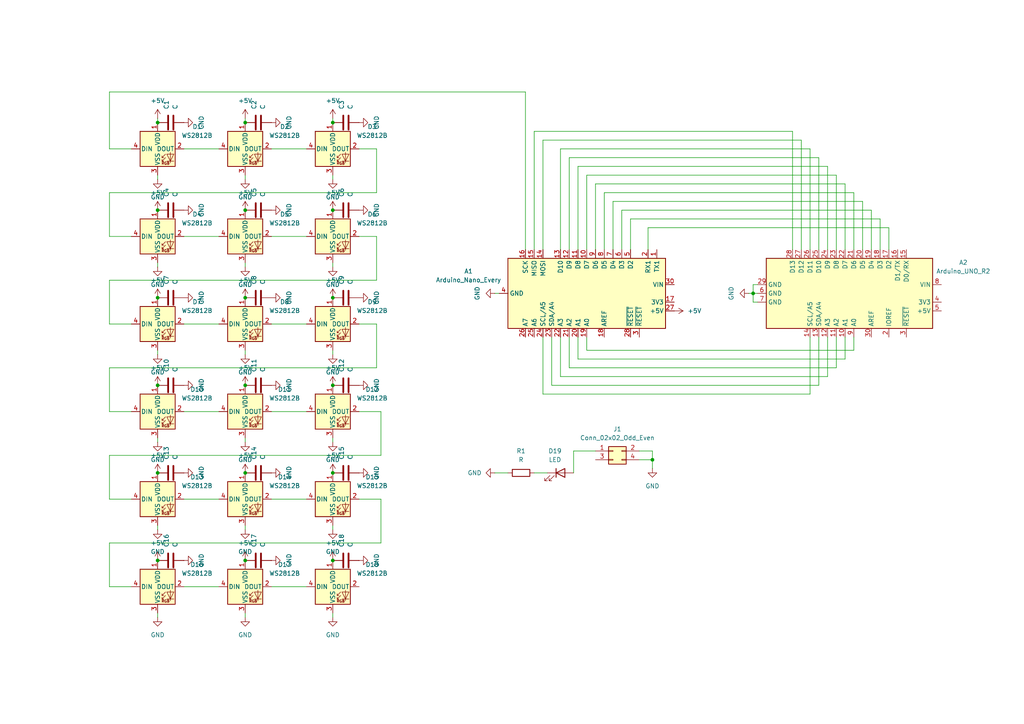
<source format=kicad_sch>
(kicad_sch (version 20250114) (generator "eeschema") (generator_version "9.0")
  (paper "A4")
  (lib_symbols
    (symbol "Connector_Generic:Conn_02x02_Odd_Even" (pin_names (offset 1.016) (hide yes))
      (property "Reference" "J" (at 1.27 2.54 0))
      (property "Value" "Conn_02x02_Odd_Even" (at 1.27 -5.08 0))
      (symbol "Conn_02x02_Odd_Even_1_1"
        (rectangle (start -1.27 1.27) (end 3.81 -3.81) (stroke (width 0.254)) (fill (type background)))
        (rectangle (start -1.27 0.127) (end 0 -0.127) (stroke (width 0.1524)))
        (rectangle (start -1.27 -2.413) (end 0 -2.667) (stroke (width 0.1524)))
        (rectangle (start 3.81 0.127) (end 2.54 -0.127) (stroke (width 0.1524)))
        (rectangle (start 3.81 -2.413) (end 2.54 -2.667) (stroke (width 0.1524)))
        (pin passive line (at -5.08 0 0) (length 3.81) (name "Pin_1") (number "1"))
        (pin passive line (at -5.08 -2.54 0) (length 3.81) (name "Pin_3") (number "3"))
        (pin passive line (at 7.62 0 180) (length 3.81) (name "Pin_2") (number "2"))
        (pin passive line (at 7.62 -2.54 180) (length 3.81) (name "Pin_4") (number "4"))
      )
    )
    (symbol "Device:C" (pin_numbers (hide yes)) (pin_names (offset 0.254))
      (property "Reference" "C" (at 0.635 2.54 0))
      (property "Value" "C" (at 0.635 -2.54 0))
      (symbol "C_0_1"
        (polyline (pts (xy -2.032 0.762) (xy 2.032 0.762)) (stroke (width 0.508)))
        (polyline (pts (xy -2.032 -0.762) (xy 2.032 -0.762)) (stroke (width 0.508)))
      )
      (symbol "C_1_1"
        (pin passive line (at 0 3.81 270) (length 2.794) (name "~") (number "1"))
        (pin passive line (at 0 -3.81 90) (length 2.794) (name "~") (number "2"))
      )
    )
    (symbol "Device:LED" (pin_numbers (hide yes)) (pin_names (offset 1.016) (hide yes))
      (property "Reference" "D" (at 0 2.54 0))
      (property "Value" "LED" (at 0 -2.54 0))
      (symbol "LED_0_1"
        (polyline (pts (xy -3.048 -0.762) (xy -4.572 -2.286) (xy -3.81 -2.286) (xy -4.572 -2.286) (xy -4.572 -1.524)))
        (polyline (pts (xy -1.778 -0.762) (xy -3.302 -2.286) (xy -2.54 -2.286) (xy -3.302 -2.286) (xy -3.302 -1.524)))
        (polyline (pts (xy -1.27 0) (xy 1.27 0)))
        (polyline (pts (xy -1.27 -1.27) (xy -1.27 1.27)) (stroke (width 0.254)))
        (polyline (pts (xy 1.27 -1.27) (xy 1.27 1.27) (xy -1.27 0) (xy 1.27 -1.27)) (stroke (width 0.254)))
      )
      (symbol "LED_1_1"
        (pin passive line (at -3.81 0 0) (length 2.54) (name "K") (number "1"))
        (pin passive line (at 3.81 0 180) (length 2.54) (name "A") (number "2"))
      )
    )
    (symbol "Device:R" (pin_numbers (hide yes)) (pin_names (offset 0))
      (property "Reference" "R" (at 2.032 0 90))
      (property "Value" "R" (at 0 0 90))
      (symbol "R_0_1"
        (rectangle (start -1.016 -2.54) (end 1.016 2.54) (stroke (width 0.254)))
      )
      (symbol "R_1_1"
        (pin passive line (at 0 3.81 270) (length 1.27) (name "~") (number "1"))
        (pin passive line (at 0 -3.81 90) (length 1.27) (name "~") (number "2"))
      )
    )
    (symbol "LED:WS2812B" (pin_names (offset 0.254))
      (property "Reference" "D" (at 5.08 5.715 0))
      (property "Value" "WS2812B" (at 1.27 -5.715 0))
      (symbol "WS2812B_0_0"
        (text "RGB" (at 2.286 -4.191 0) (effects (font (size 0.762 0.762))))
      )
      (symbol "WS2812B_0_1"
        (polyline (pts (xy 1.27 -2.54) (xy 1.778 -2.54)))
        (polyline (pts (xy 1.27 -3.556) (xy 1.778 -3.556)))
        (polyline (pts (xy 2.286 -1.524) (xy 1.27 -2.54) (xy 1.27 -2.032)))
        (polyline (pts (xy 2.286 -2.54) (xy 1.27 -3.556) (xy 1.27 -3.048)))
        (polyline (pts (xy 3.683 -1.016) (xy 3.683 -3.556) (xy 3.683 -4.064)))
        (polyline (pts (xy 4.699 -1.524) (xy 2.667 -1.524) (xy 3.683 -3.556) (xy 4.699 -1.524)))
        (polyline (pts (xy 4.699 -3.556) (xy 2.667 -3.556)))
        (rectangle (start 5.08 5.08) (end -5.08 -5.08) (stroke (width 0.254)) (fill (type background)))
      )
      (symbol "WS2812B_1_1"
        (pin input line (at -7.62 0 0) (length 2.54) (name "DIN") (number "4"))
        (pin power_in line (at 0 7.62 270) (length 2.54) (name "VDD") (number "1"))
        (pin power_in line (at 0 -7.62 90) (length 2.54) (name "VSS") (number "3"))
        (pin output line (at 7.62 0 180) (length 2.54) (name "DOUT") (number "2"))
      )
    )
    (symbol "MCU_Module:Arduino_Nano_Every"
      (property "Reference" "A" (at -10.16 23.495 0))
      (property "Value" "Arduino_Nano_Every" (at 5.08 -24.13 0))
      (symbol "Arduino_Nano_Every_0_1"
        (rectangle (start -10.16 22.86) (end 10.16 -22.86) (stroke (width 0.254)) (fill (type background)))
      )
      (symbol "Arduino_Nano_Every_1_1"
        (pin bidirectional line (at -12.7 20.32 0) (length 2.54) (name "TX1") (number "1"))
        (pin bidirectional line (at -12.7 17.78 0) (length 2.54) (name "RX1") (number "2"))
        (pin bidirectional line (at -12.7 12.7 0) (length 2.54) (name "D2") (number "5"))
        (pin bidirectional line (at -12.7 10.16 0) (length 2.54) (name "D3") (number "6"))
        (pin bidirectional line (at -12.7 7.62 0) (length 2.54) (name "D4") (number "7"))
        (pin bidirectional line (at -12.7 5.08 0) (length 2.54) (name "D5") (number "8"))
        (pin bidirectional line (at -12.7 2.54 0) (length 2.54) (name "D6") (number "9"))
        (pin bidirectional line (at -12.7 0 0) (length 2.54) (name "D7") (number "10"))
        (pin bidirectional line (at -12.7 -2.54 0) (length 2.54) (name "D8") (number "11"))
        (pin bidirectional line (at -12.7 -5.08 0) (length 2.54) (name "D9") (number "12"))
        (pin bidirectional line (at -12.7 -7.62 0) (length 2.54) (name "D10") (number "13"))
        (pin bidirectional line (at -12.7 -12.7 0) (length 2.54) (name "MOSI") (number "14"))
        (pin bidirectional line (at -12.7 -15.24 0) (length 2.54) (name "MISO") (number "15"))
        (pin bidirectional line (at -12.7 -17.78 0) (length 2.54) (name "SCK") (number "16"))
        (pin power_in line (at -2.54 25.4 270) (length 2.54) (name "VIN") (number "30"))
        (pin passive line (at 0 -25.4 90) (length 2.54) (hide yes) (name "GND") (number "29"))
        (pin power_in line (at 0 -25.4 90) (length 2.54) (name "GND") (number "4"))
        (pin power_out line (at 2.54 25.4 270) (length 2.54) (name "3V3") (number "17"))
        (pin power_out line (at 5.08 25.4 270) (length 2.54) (name "+5V") (number "27"))
        (pin input line (at 12.7 15.24 180) (length 2.54) (name "~{RESET}") (number "3"))
        (pin input line (at 12.7 12.7 180) (length 2.54) (name "~{RESET}") (number "28"))
        (pin input line (at 12.7 5.08 180) (length 2.54) (name "AREF") (number "18"))
        (pin bidirectional line (at 12.7 0 180) (length 2.54) (name "A0") (number "19"))
        (pin bidirectional line (at 12.7 -2.54 180) (length 2.54) (name "A1") (number "20"))
        (pin bidirectional line (at 12.7 -5.08 180) (length 2.54) (name "A2") (number "21"))
        (pin bidirectional line (at 12.7 -7.62 180) (length 2.54) (name "A3") (number "22"))
        (pin bidirectional line (at 12.7 -10.16 180) (length 2.54) (name "SDA/A4") (number "23"))
        (pin bidirectional line (at 12.7 -12.7 180) (length 2.54) (name "SCL/A5") (number "24"))
        (pin bidirectional line (at 12.7 -15.24 180) (length 2.54) (name "A6") (number "25"))
        (pin bidirectional line (at 12.7 -17.78 180) (length 2.54) (name "A7") (number "26"))
      )
    )
    (symbol "MCU_Module:Arduino_UNO_R2"
      (property "Reference" "A" (at -10.16 23.495 0))
      (property "Value" "Arduino_UNO_R2" (at 5.08 -26.67 0))
      (symbol "Arduino_UNO_R2_0_1"
        (rectangle (start -10.16 22.86) (end 10.16 -25.4) (stroke (width 0.254)) (fill (type background)))
      )
      (symbol "Arduino_UNO_R2_1_1"
        (pin bidirectional line (at -12.7 15.24 0) (length 2.54) (name "D0/RX") (number "15"))
        (pin bidirectional line (at -12.7 12.7 0) (length 2.54) (name "D1/TX") (number "16"))
        (pin bidirectional line (at -12.7 10.16 0) (length 2.54) (name "D2") (number "17"))
        (pin bidirectional line (at -12.7 7.62 0) (length 2.54) (name "D3") (number "18"))
        (pin bidirectional line (at -12.7 5.08 0) (length 2.54) (name "D4") (number "19"))
        (pin bidirectional line (at -12.7 2.54 0) (length 2.54) (name "D5") (number "20"))
        (pin bidirectional line (at -12.7 0 0) (length 2.54) (name "D6") (number "21"))
        (pin bidirectional line (at -12.7 -2.54 0) (length 2.54) (name "D7") (number "22"))
        (pin bidirectional line (at -12.7 -5.08 0) (length 2.54) (name "D8") (number "23"))
        (pin bidirectional line (at -12.7 -7.62 0) (length 2.54) (name "D9") (number "24"))
        (pin bidirectional line (at -12.7 -10.16 0) (length 2.54) (name "D10") (number "25"))
        (pin bidirectional line (at -12.7 -12.7 0) (length 2.54) (name "D11") (number "26"))
        (pin bidirectional line (at -12.7 -15.24 0) (length 2.54) (name "D12") (number "27"))
        (pin bidirectional line (at -12.7 -17.78 0) (length 2.54) (name "D13") (number "28"))
        (pin no_connect line (at -10.16 -20.32 0) (length 2.54) (hide yes) (name "NC") (number "1"))
        (pin power_in line (at -2.54 25.4 270) (length 2.54) (name "VIN") (number "8"))
        (pin power_in line (at -2.54 -27.94 90) (length 2.54) (name "GND") (number "29"))
        (pin power_in line (at 0 -27.94 90) (length 2.54) (name "GND") (number "6"))
        (pin power_out line (at 2.54 25.4 270) (length 2.54) (name "3V3") (number "4"))
        (pin power_in line (at 2.54 -27.94 90) (length 2.54) (name "GND") (number "7"))
        (pin power_out line (at 5.08 25.4 270) (length 2.54) (name "+5V") (number "5"))
        (pin input line (at 12.7 15.24 180) (length 2.54) (name "~{RESET}") (number "3"))
        (pin output line (at 12.7 10.16 180) (length 2.54) (name "IOREF") (number "2"))
        (pin input line (at 12.7 5.08 180) (length 2.54) (name "AREF") (number "30"))
        (pin bidirectional line (at 12.7 0 180) (length 2.54) (name "A0") (number "9"))
        (pin bidirectional line (at 12.7 -2.54 180) (length 2.54) (name "A1") (number "10"))
        (pin bidirectional line (at 12.7 -5.08 180) (length 2.54) (name "A2") (number "11"))
        (pin bidirectional line (at 12.7 -7.62 180) (length 2.54) (name "A3") (number "12"))
        (pin bidirectional line (at 12.7 -10.16 180) (length 2.54) (name "SDA/A4") (number "13"))
        (pin bidirectional line (at 12.7 -12.7 180) (length 2.54) (name "SCL/A5") (number "14"))
      )
    )
    (symbol "power:+5V" (power) (pin_numbers (hide yes)) (pin_names (offset 0) (hide yes))
      (property "Value" "+5V" (at 0 3.556 0))
      (symbol "+5V_0_1"
        (polyline (pts (xy -0.762 1.27) (xy 0 2.54)))
        (polyline (pts (xy 0 2.54) (xy 0.762 1.27)))
        (polyline (pts (xy 0 0) (xy 0 2.54)))
      )
      (symbol "+5V_1_1"
        (pin power_in line (at 0 0 90) (length 0) (name "~") (number "1"))
      )
    )
    (symbol "power:GND" (power) (pin_numbers (hide yes)) (pin_names (offset 0) (hide yes))
      (property "Value" "GND" (at 0 -3.81 0))
      (symbol "GND_0_1"
        (polyline (pts (xy 0 0) (xy 0 -1.27) (xy 1.27 -1.27) (xy 0 -2.54) (xy -1.27 -1.27) (xy 0 -1.27)))
      )
      (symbol "GND_1_1"
        (pin power_in line (at 0 0 270) (length 0) (name "~") (number "1"))
      )
    )
  )
  (junction (at 45.72 60.96))
  (junction (at 45.72 86.36))
  (junction (at 96.52 86.36))
  (junction (at 218.44 85.09))
  (junction (at 45.72 162.56))
  (junction (at 71.12 137.16))
  (junction (at 96.52 137.16))
  (junction (at 96.52 162.56))
  (junction (at 71.12 60.96))
  (junction (at 96.52 111.76))
  (junction (at 45.72 111.76))
  (junction (at 45.72 35.56))
  (junction (at 45.72 137.16))
  (junction (at 71.12 35.56))
  (junction (at 189.23 133.35))
  (junction (at 71.12 86.36))
  (junction (at 71.12 111.76))
  (junction (at 96.52 35.56))
  (junction (at 71.12 162.56))
  (junction (at 96.52 60.96))
  (wire (pts (xy 162.56 109.22) (xy 240.03 109.22)))
  (wire (pts (xy 234.95 43.18) (xy 162.56 43.18)))
  (wire (pts (xy 104.14 93.98) (xy 109.22 93.98)))
  (wire (pts (xy 152.4 72.39) (xy 152.4 26.67)))
  (wire (pts (xy 187.96 66.04) (xy 187.96 72.39)))
  (wire (pts (xy 177.8 58.42) (xy 177.8 72.39)))
  (wire (pts (xy 245.11 72.39) (xy 245.11 53.34)))
  (wire (pts (xy 172.72 53.34) (xy 172.72 72.39)))
  (wire (pts (xy 96.52 177.8) (xy 96.52 179.07)))
  (wire (pts (xy 96.52 76.2) (xy 96.52 77.47)))
  (wire (pts (xy 240.03 97.79) (xy 240.03 109.22)))
  (wire (pts (xy 219.71 82.55) (xy 218.44 82.55)))
  (wire (pts (xy 96.52 50.8) (xy 96.52 52.07)))
  (wire (pts (xy 109.22 68.58) (xy 109.22 81.28)))
  (wire (pts (xy 110.49 157.48) (xy 31.75 157.48)))
  (wire (pts (xy 109.22 43.18) (xy 109.22 55.88)))
  (wire (pts (xy 240.03 72.39) (xy 240.03 48.26)))
  (wire (pts (xy 167.64 97.79) (xy 167.64 104.14)))
  (wire (pts (xy 247.65 97.79) (xy 247.65 101.6)))
  (wire (pts (xy 257.81 66.04) (xy 187.96 66.04)))
  (wire (pts (xy 71.12 152.4) (xy 71.12 153.67)))
  (wire (pts (xy 31.75 170.18) (xy 38.1 170.18)))
  (wire (pts (xy 255.27 63.5) (xy 182.88 63.5)))
  (wire (pts (xy 157.48 40.64) (xy 157.48 72.39)))
  (wire (pts (xy 78.74 93.98) (xy 88.9 93.98)))
  (wire (pts (xy 31.75 43.18) (xy 38.1 43.18)))
  (wire (pts (xy 154.94 38.1) (xy 154.94 72.39)))
  (wire (pts (xy 252.73 60.96) (xy 180.34 60.96)))
  (wire (pts (xy 104.14 119.38) (xy 110.49 119.38)))
  (wire (pts (xy 170.18 97.79) (xy 170.18 101.6)))
  (wire (pts (xy 247.65 55.88) (xy 175.26 55.88)))
  (wire (pts (xy 104.14 68.58) (xy 109.22 68.58)))
  (wire (pts (xy 45.72 50.8) (xy 45.72 52.07)))
  (wire (pts (xy 31.75 26.67) (xy 31.75 43.18)))
  (wire (pts (xy 189.23 130.81) (xy 189.23 133.35)))
  (wire (pts (xy 180.34 60.96) (xy 180.34 72.39)))
  (wire (pts (xy 104.14 43.18) (xy 109.22 43.18)))
  (wire (pts (xy 234.95 72.39) (xy 234.95 43.18)))
  (wire (pts (xy 45.72 34.29) (xy 45.72 35.56)))
  (wire (pts (xy 165.1 106.68) (xy 242.57 106.68)))
  (wire (pts (xy 257.81 72.39) (xy 257.81 66.04)))
  (wire (pts (xy 160.02 97.79) (xy 160.02 111.76)))
  (wire (pts (xy 167.64 104.14) (xy 245.11 104.14)))
  (wire (pts (xy 45.72 101.6) (xy 45.72 102.87)))
  (wire (pts (xy 218.44 87.63) (xy 218.44 85.09)))
  (wire (pts (xy 53.34 144.78) (xy 63.5 144.78)))
  (wire (pts (xy 143.51 137.16) (xy 147.32 137.16)))
  (wire (pts (xy 78.74 43.18) (xy 88.9 43.18)))
  (wire (pts (xy 31.75 157.48) (xy 31.75 170.18)))
  (wire (pts (xy 252.73 72.39) (xy 252.73 60.96)))
  (wire (pts (xy 109.22 55.88) (xy 31.75 55.88)))
  (wire (pts (xy 172.72 130.81) (xy 166.37 130.81)))
  (wire (pts (xy 96.52 152.4) (xy 96.52 153.67)))
  (wire (pts (xy 110.49 144.78) (xy 110.49 157.48)))
  (wire (pts (xy 237.49 72.39) (xy 237.49 45.72)))
  (wire (pts (xy 109.22 81.28) (xy 31.75 81.28)))
  (wire (pts (xy 45.72 127) (xy 45.72 128.27)))
  (wire (pts (xy 110.49 119.38) (xy 110.49 132.08)))
  (wire (pts (xy 96.52 34.29) (xy 96.52 35.56)))
  (wire (pts (xy 250.19 58.42) (xy 177.8 58.42)))
  (wire (pts (xy 45.72 76.2) (xy 45.72 77.47)))
  (wire (pts (xy 189.23 133.35) (xy 189.23 135.89)))
  (wire (pts (xy 78.74 119.38) (xy 88.9 119.38)))
  (wire (pts (xy 170.18 101.6) (xy 247.65 101.6)))
  (wire (pts (xy 71.12 177.8) (xy 71.12 179.07)))
  (wire (pts (xy 71.12 101.6) (xy 71.12 102.87)))
  (wire (pts (xy 245.11 53.34) (xy 172.72 53.34)))
  (wire (pts (xy 53.34 119.38) (xy 63.5 119.38)))
  (wire (pts (xy 240.03 48.26) (xy 167.64 48.26)))
  (wire (pts (xy 109.22 93.98) (xy 109.22 106.68)))
  (wire (pts (xy 31.75 93.98) (xy 38.1 93.98)))
  (wire (pts (xy 167.64 48.26) (xy 167.64 72.39)))
  (wire (pts (xy 162.56 97.79) (xy 162.56 109.22)))
  (wire (pts (xy 53.34 93.98) (xy 63.5 93.98)))
  (wire (pts (xy 78.74 170.18) (xy 88.9 170.18)))
  (wire (pts (xy 78.74 144.78) (xy 88.9 144.78)))
  (wire (pts (xy 219.71 85.09) (xy 218.44 85.09)))
  (wire (pts (xy 71.12 76.2) (xy 71.12 77.47)))
  (wire (pts (xy 229.87 38.1) (xy 154.94 38.1)))
  (wire (pts (xy 31.75 132.08) (xy 110.49 132.08)))
  (wire (pts (xy 170.18 50.8) (xy 170.18 72.39)))
  (wire (pts (xy 247.65 72.39) (xy 247.65 55.88)))
  (wire (pts (xy 96.52 101.6) (xy 96.52 102.87)))
  (wire (pts (xy 218.44 82.55) (xy 218.44 85.09)))
  (wire (pts (xy 78.74 68.58) (xy 88.9 68.58)))
  (wire (pts (xy 157.48 114.3) (xy 234.95 114.3)))
  (wire (pts (xy 165.1 45.72) (xy 165.1 72.39)))
  (wire (pts (xy 160.02 111.76) (xy 237.49 111.76)))
  (wire (pts (xy 166.37 130.81) (xy 166.37 137.16)))
  (wire (pts (xy 71.12 50.8) (xy 71.12 52.07)))
  (wire (pts (xy 242.57 97.79) (xy 242.57 106.68)))
  (wire (pts (xy 31.75 81.28) (xy 31.75 93.98)))
  (wire (pts (xy 152.4 26.67) (xy 31.75 26.67)))
  (wire (pts (xy 157.48 97.79) (xy 157.48 114.3)))
  (wire (pts (xy 109.22 106.68) (xy 31.75 106.68)))
  (wire (pts (xy 242.57 50.8) (xy 170.18 50.8)))
  (wire (pts (xy 53.34 170.18) (xy 63.5 170.18)))
  (wire (pts (xy 237.49 45.72) (xy 165.1 45.72)))
  (wire (pts (xy 96.52 127) (xy 96.52 128.27)))
  (wire (pts (xy 45.72 177.8) (xy 45.72 179.07)))
  (wire (pts (xy 45.72 152.4) (xy 45.72 153.67)))
  (wire (pts (xy 71.12 34.29) (xy 71.12 35.56)))
  (wire (pts (xy 250.19 72.39) (xy 250.19 58.42)))
  (wire (pts (xy 31.75 144.78) (xy 38.1 144.78)))
  (wire (pts (xy 31.75 132.08) (xy 31.75 144.78)))
  (wire (pts (xy 219.71 87.63) (xy 218.44 87.63)))
  (wire (pts (xy 232.41 40.64) (xy 157.48 40.64)))
  (wire (pts (xy 234.95 114.3) (xy 234.95 97.79)))
  (wire (pts (xy 31.75 106.68) (xy 31.75 119.38)))
  (wire (pts (xy 162.56 43.18) (xy 162.56 72.39)))
  (wire (pts (xy 31.75 68.58) (xy 38.1 68.58)))
  (wire (pts (xy 185.42 130.81) (xy 189.23 130.81)))
  (wire (pts (xy 242.57 72.39) (xy 242.57 50.8)))
  (wire (pts (xy 71.12 127) (xy 71.12 128.27)))
  (wire (pts (xy 165.1 97.79) (xy 165.1 106.68)))
  (wire (pts (xy 229.87 72.39) (xy 229.87 38.1)))
  (wire (pts (xy 245.11 97.79) (xy 245.11 104.14)))
  (wire (pts (xy 175.26 55.88) (xy 175.26 72.39)))
  (wire (pts (xy 31.75 119.38) (xy 38.1 119.38)))
  (wire (pts (xy 53.34 43.18) (xy 63.5 43.18)))
  (wire (pts (xy 31.75 55.88) (xy 31.75 68.58)))
  (wire (pts (xy 218.44 85.09) (xy 217.17 85.09)))
  (wire (pts (xy 185.42 133.35) (xy 189.23 133.35)))
  (wire (pts (xy 182.88 63.5) (xy 182.88 72.39)))
  (wire (pts (xy 53.34 68.58) (xy 63.5 68.58)))
  (wire (pts (xy 255.27 72.39) (xy 255.27 63.5)))
  (wire (pts (xy 143.51 85.09) (xy 144.78 85.09)))
  (wire (pts (xy 154.94 137.16) (xy 158.75 137.16)))
  (wire (pts (xy 232.41 72.39) (xy 232.41 40.64)))
  (wire (pts (xy 237.49 97.79) (xy 237.49 111.76)))
  (wire (pts (xy 104.14 144.78) (xy 110.49 144.78)))
  (symbol (lib_id "Connector_Generic:Conn_02x02_Odd_Even") (at 177.8 130.81 0) (unit 1)
    (property "Reference" "J1" (at 179.07 124.46 0))
    (property "Value" "Conn_02x02_Odd_Even" (at 179.07 127 0))
    (property "Footprint" "Connector_PinHeader_2.54mm:PinHeader_2x02_P2.54mm_Vertical" (effects (hide yes)))
    (property "Description" "Generic connector, double row, 02x02, odd/even pin numbering scheme (row 1 odd numbers, row 2 even numbers), script generated (kicad-library-utils/schlib/autogen/connector/)" (effects (hide yes)))
  )
  (symbol (lib_id "power:GND") (at 71.12 102.87 0) (unit 1)
    (property "Reference" "#PWR010" (effects (hide yes)))
    (property "Value" "GND" (at 71.12 107.95 0))
    (property "Description" "Power symbol creates a global label with name \"GND\" , ground" (effects (hide yes)))
  )
  (symbol (lib_id "power:GND") (at 45.72 128.27 0) (unit 1)
    (property "Reference" "#PWR012" (effects (hide yes)))
    (property "Value" "GND" (at 45.72 133.35 0))
    (property "Description" "Power symbol creates a global label with name \"GND\" , ground" (effects (hide yes)))
  )
  (symbol (lib_id "power:GND") (at 53.34 162.56 90) (unit 1)
    (property "Reference" "#PWR055" (effects (hide yes)))
    (property "Value" "GND" (at 58.42 162.56 0))
    (property "Description" "Power symbol creates a global label with name \"GND\" , ground" (effects (hide yes)))
  )
  (symbol (lib_id "LED:WS2812B") (at 45.72 119.38 0) (unit 1)
    (property "Reference" "D10" (at 57.15 112.9598 0))
    (property "Value" "WS2812B" (at 57.15 115.4998 0))
    (property "Footprint" "LED_SMD:LED_WS2812B_PLCC4_5.0x5.0mm_P3.2mm" (effects (hide yes)))
    (property "Datasheet" "https://cdn-shop.adafruit.com/datasheets/WS2812B.pdf" (effects (hide yes)))
    (property "Description" "RGB LED with integrated controller" (effects (hide yes)))
  )
  (symbol (lib_id "power:+5V") (at 71.12 111.76 0) (unit 1)
    (property "Reference" "#PWR032" (effects (hide yes)))
    (property "Value" "+5V" (at 71.12 106.68 0))
    (property "Description" "Power symbol creates a global label with name \"+5V\"" (effects (hide yes)))
  )
  (symbol (lib_id "power:GND") (at 45.72 52.07 0) (unit 1)
    (property "Reference" "#PWR03" (effects (hide yes)))
    (property "Value" "GND" (at 45.72 57.15 0))
    (property "Description" "Power symbol creates a global label with name \"GND\" , ground" (effects (hide yes)))
  )
  (symbol (lib_id "Device:C") (at 100.33 86.36 90) (unit 1)
    (property "Reference" "C9" (at 99.0599 82.55 0) (effects (justify left)))
    (property "Value" "C" (at 101.5999 82.55 0) (effects (justify left)))
    (property "Footprint" "Capacitor_SMD:C_0603_1608Metric_Pad1.08x0.95mm_HandSolder" (effects (hide yes)))
    (property "Description" "Unpolarized capacitor" (effects (hide yes)))
  )
  (symbol (lib_id "Device:C") (at 100.33 162.56 90) (unit 1)
    (property "Reference" "C18" (at 99.0599 158.75 0) (effects (justify left)))
    (property "Value" "C" (at 101.5999 158.75 0) (effects (justify left)))
    (property "Footprint" "Capacitor_SMD:C_0603_1608Metric_Pad1.08x0.95mm_HandSolder" (effects (hide yes)))
    (property "Description" "Unpolarized capacitor" (effects (hide yes)))
  )
  (symbol (lib_id "power:GND") (at 53.34 137.16 90) (unit 1)
    (property "Reference" "#PWR052" (effects (hide yes)))
    (property "Value" "GND" (at 58.42 137.16 0))
    (property "Description" "Power symbol creates a global label with name \"GND\" , ground" (effects (hide yes)))
  )
  (symbol (lib_id "power:GND") (at 45.72 77.47 0) (unit 1)
    (property "Reference" "#PWR06" (effects (hide yes)))
    (property "Value" "GND" (at 45.72 82.55 0))
    (property "Description" "Power symbol creates a global label with name \"GND\" , ground" (effects (hide yes)))
  )
  (symbol (lib_id "Device:C") (at 74.93 111.76 90) (unit 1)
    (property "Reference" "C11" (at 73.6599 107.95 0) (effects (justify left)))
    (property "Value" "C" (at 76.1999 107.95 0) (effects (justify left)))
    (property "Footprint" "Capacitor_SMD:C_0603_1608Metric_Pad1.08x0.95mm_HandSolder" (effects (hide yes)))
    (property "Description" "Unpolarized capacitor" (effects (hide yes)))
  )
  (symbol (lib_id "power:GND") (at 96.52 153.67 0) (unit 1)
    (property "Reference" "#PWR017" (effects (hide yes)))
    (property "Value" "GND" (at 96.52 160.02 0))
    (property "Description" "Power symbol creates a global label with name \"GND\" , ground" (effects (hide yes)))
  )
  (symbol (lib_id "LED:WS2812B") (at 71.12 43.18 0) (unit 1)
    (property "Reference" "D2" (at 82.55 36.7598 0))
    (property "Value" "WS2812B" (at 82.55 39.2998 0))
    (property "Footprint" "LED_SMD:LED_WS2812B_PLCC4_5.0x5.0mm_P3.2mm" (effects (hide yes)))
    (property "Datasheet" "https://cdn-shop.adafruit.com/datasheets/WS2812B.pdf" (effects (hide yes)))
    (property "Description" "RGB LED with integrated controller" (effects (hide yes)))
  )
  (symbol (lib_id "Device:C") (at 100.33 60.96 90) (unit 1)
    (property "Reference" "C6" (at 99.0599 57.15 0) (effects (justify left)))
    (property "Value" "C" (at 101.5999 57.15 0) (effects (justify left)))
    (property "Footprint" "Capacitor_SMD:C_0603_1608Metric_Pad1.08x0.95mm_HandSolder" (effects (hide yes)))
    (property "Description" "Unpolarized capacitor" (effects (hide yes)))
  )
  (symbol (lib_id "power:GND") (at 53.34 35.56 90) (unit 1)
    (property "Reference" "#PWR040" (effects (hide yes)))
    (property "Value" "GND" (at 58.42 35.56 0))
    (property "Description" "Power symbol creates a global label with name \"GND\" , ground" (effects (hide yes)))
  )
  (symbol (lib_id "power:GND") (at 53.34 111.76 90) (unit 1)
    (property "Reference" "#PWR049" (effects (hide yes)))
    (property "Value" "GND" (at 58.42 111.76 0))
    (property "Description" "Power symbol creates a global label with name \"GND\" , ground" (effects (hide yes)))
  )
  (symbol (lib_id "Device:C") (at 49.53 35.56 90) (unit 1)
    (property "Reference" "C1" (at 48.2599 31.75 0) (effects (justify left)))
    (property "Value" "C" (at 50.7999 31.75 0) (effects (justify left)))
    (property "Footprint" "Capacitor_SMD:C_0603_1608Metric_Pad1.08x0.95mm_HandSolder" (effects (hide yes)))
    (property "Description" "Unpolarized capacitor" (effects (hide yes)))
  )
  (symbol (lib_id "power:GND") (at 71.12 77.47 0) (unit 1)
    (property "Reference" "#PWR07" (effects (hide yes)))
    (property "Value" "GND" (at 71.12 82.55 0))
    (property "Description" "Power symbol creates a global label with name \"GND\" , ground" (effects (hide yes)))
  )
  (symbol (lib_id "LED:WS2812B") (at 71.12 170.18 0) (unit 1)
    (property "Reference" "D17" (at 82.55 163.7598 0))
    (property "Value" "WS2812B" (at 82.55 166.2998 0))
    (property "Footprint" "LED_SMD:LED_WS2812B_PLCC4_5.0x5.0mm_P3.2mm" (effects (hide yes)))
    (property "Datasheet" "https://cdn-shop.adafruit.com/datasheets/WS2812B.pdf" (effects (hide yes)))
    (property "Description" "RGB LED with integrated controller" (effects (hide yes)))
  )
  (symbol (lib_id "power:+5V") (at 96.52 137.16 0) (unit 1)
    (property "Reference" "#PWR036" (effects (hide yes)))
    (property "Value" "+5V" (at 96.52 132.08 0))
    (property "Description" "Power symbol creates a global label with name \"+5V\"" (effects (hide yes)))
  )
  (symbol (lib_id "power:+5V") (at 71.12 162.56 0) (unit 1)
    (property "Reference" "#PWR038" (effects (hide yes)))
    (property "Value" "+5V" (at 71.12 157.48 0))
    (property "Description" "Power symbol creates a global label with name \"+5V\"" (effects (hide yes)))
  )
  (symbol (lib_id "LED:WS2812B") (at 96.52 170.18 0) (unit 1)
    (property "Reference" "D18" (at 107.95 163.7598 0))
    (property "Value" "WS2812B" (at 107.95 166.2998 0))
    (property "Footprint" "LED_SMD:LED_WS2812B_PLCC4_5.0x5.0mm_P3.2mm" (effects (hide yes)))
    (property "Datasheet" "https://cdn-shop.adafruit.com/datasheets/WS2812B.pdf" (effects (hide yes)))
    (property "Description" "RGB LED with integrated controller" (effects (hide yes)))
  )
  (symbol (lib_id "power:GND") (at 104.14 60.96 90) (unit 1)
    (property "Reference" "#PWR045" (effects (hide yes)))
    (property "Value" "GND" (at 109.22 60.96 0))
    (property "Description" "Power symbol creates a global label with name \"GND\" , ground" (effects (hide yes)))
  )
  (symbol (lib_id "LED:WS2812B") (at 96.52 43.18 0) (unit 1)
    (property "Reference" "D3" (at 107.95 36.7598 0))
    (property "Value" "WS2812B" (at 107.95 39.2998 0))
    (property "Footprint" "LED_SMD:LED_WS2812B_PLCC4_5.0x5.0mm_P3.2mm" (effects (hide yes)))
    (property "Datasheet" "https://cdn-shop.adafruit.com/datasheets/WS2812B.pdf" (effects (hide yes)))
    (property "Description" "RGB LED with integrated controller" (effects (hide yes)))
  )
  (symbol (lib_id "power:GND") (at 96.52 52.07 0) (unit 1)
    (property "Reference" "#PWR05" (effects (hide yes)))
    (property "Value" "GND" (at 96.52 57.15 0))
    (property "Description" "Power symbol creates a global label with name \"GND\" , ground" (effects (hide yes)))
  )
  (symbol (lib_id "Device:C") (at 49.53 137.16 90) (unit 1)
    (property "Reference" "C13" (at 48.2599 133.35 0) (effects (justify left)))
    (property "Value" "C" (at 50.7999 133.35 0) (effects (justify left)))
    (property "Footprint" "Capacitor_SMD:C_0603_1608Metric_Pad1.08x0.95mm_HandSolder" (effects (hide yes)))
    (property "Description" "Unpolarized capacitor" (effects (hide yes)))
  )
  (symbol (lib_id "power:GND") (at 71.12 179.07 0) (unit 1)
    (property "Reference" "#PWR019" (effects (hide yes)))
    (property "Value" "GND" (at 71.12 184.15 0))
    (property "Description" "Power symbol creates a global label with name \"GND\" , ground" (effects (hide yes)))
  )
  (symbol (lib_id "LED:WS2812B") (at 45.72 144.78 0) (unit 1)
    (property "Reference" "D13" (at 57.15 138.3598 0))
    (property "Value" "WS2812B" (at 57.15 140.8998 0))
    (property "Footprint" "LED_SMD:LED_WS2812B_PLCC4_5.0x5.0mm_P3.2mm" (effects (hide yes)))
    (property "Datasheet" "https://cdn-shop.adafruit.com/datasheets/WS2812B.pdf" (effects (hide yes)))
    (property "Description" "RGB LED with integrated controller" (effects (hide yes)))
  )
  (symbol (lib_id "LED:WS2812B") (at 71.12 119.38 0) (unit 1)
    (property "Reference" "D11" (at 82.55 112.9598 0))
    (property "Value" "WS2812B" (at 82.55 115.4998 0))
    (property "Footprint" "LED_SMD:LED_WS2812B_PLCC4_5.0x5.0mm_P3.2mm" (effects (hide yes)))
    (property "Datasheet" "https://cdn-shop.adafruit.com/datasheets/WS2812B.pdf" (effects (hide yes)))
    (property "Description" "RGB LED with integrated controller" (effects (hide yes)))
  )
  (symbol (lib_id "power:+5V") (at 45.72 162.56 0) (unit 1)
    (property "Reference" "#PWR037" (effects (hide yes)))
    (property "Value" "+5V" (at 45.72 157.48 0))
    (property "Description" "Power symbol creates a global label with name \"+5V\"" (effects (hide yes)))
  )
  (symbol (lib_id "LED:WS2812B") (at 96.52 119.38 0) (unit 1)
    (property "Reference" "D12" (at 107.95 112.9598 0))
    (property "Value" "WS2812B" (at 107.95 115.4998 0))
    (property "Footprint" "LED_SMD:LED_WS2812B_PLCC4_5.0x5.0mm_P3.2mm" (effects (hide yes)))
    (property "Datasheet" "https://cdn-shop.adafruit.com/datasheets/WS2812B.pdf" (effects (hide yes)))
    (property "Description" "RGB LED with integrated controller" (effects (hide yes)))
  )
  (symbol (lib_id "power:+5V") (at 71.12 86.36 0) (unit 1)
    (property "Reference" "#PWR029" (effects (hide yes)))
    (property "Value" "+5V" (at 71.12 81.28 0))
    (property "Description" "Power symbol creates a global label with name \"+5V\"" (effects (hide yes)))
  )
  (symbol (lib_id "power:GND") (at 96.52 128.27 0) (unit 1)
    (property "Reference" "#PWR014" (effects (hide yes)))
    (property "Value" "GND" (at 96.52 133.35 0))
    (property "Description" "Power symbol creates a global label with name \"GND\" , ground" (effects (hide yes)))
  )
  (symbol (lib_id "power:GND") (at 217.17 85.09 270) (unit 1)
    (property "Reference" "#PWR01" (effects (hide yes)))
    (property "Value" "GND" (at 212.09 85.09 0))
    (property "Description" "Power symbol creates a global label with name \"GND\" , ground" (effects (hide yes)))
  )
  (symbol (lib_id "MCU_Module:Arduino_Nano_Every") (at 170.18 85.09 270) (unit 1)
    (property "Reference" "A1" (at 135.89 78.6698 90))
    (property "Value" "Arduino_Nano_Every" (at 135.89 81.2098 90))
    (property "Footprint" "Module:Arduino_Nano" (effects (hide yes)))
    (property "Datasheet" "https://content.arduino.cc/assets/NANOEveryV3.0_sch.pdf" (effects (hide yes)))
    (property "Description" "Arduino Nano Every" (effects (hide yes)))
  )
  (symbol (lib_id "Device:C") (at 74.93 35.56 90) (unit 1)
    (property "Reference" "C2" (at 73.6599 31.75 0) (effects (justify left)))
    (property "Value" "C" (at 76.1999 31.75 0) (effects (justify left)))
    (property "Footprint" "Capacitor_SMD:C_0603_1608Metric_Pad1.08x0.95mm_HandSolder" (effects (hide yes)))
    (property "Description" "Unpolarized capacitor" (effects (hide yes)))
  )
  (symbol (lib_id "power:+5V") (at 45.72 60.96 0) (unit 1)
    (property "Reference" "#PWR025" (effects (hide yes)))
    (property "Value" "+5V" (at 45.72 55.88 0))
    (property "Description" "Power symbol creates a global label with name \"+5V\"" (effects (hide yes)))
  )
  (symbol (lib_id "power:GND") (at 104.14 111.76 90) (unit 1)
    (property "Reference" "#PWR051" (effects (hide yes)))
    (property "Value" "GND" (at 109.22 111.76 0))
    (property "Description" "Power symbol creates a global label with name \"GND\" , ground" (effects (hide yes)))
  )
  (symbol (lib_id "LED:WS2812B") (at 71.12 68.58 0) (unit 1)
    (property "Reference" "D5" (at 82.55 62.1598 0))
    (property "Value" "WS2812B" (at 82.55 64.6998 0))
    (property "Footprint" "LED_SMD:LED_WS2812B_PLCC4_5.0x5.0mm_P3.2mm" (effects (hide yes)))
    (property "Datasheet" "https://cdn-shop.adafruit.com/datasheets/WS2812B.pdf" (effects (hide yes)))
    (property "Description" "RGB LED with integrated controller" (effects (hide yes)))
  )
  (symbol (lib_id "power:GND") (at 143.51 137.16 270) (unit 1)
    (property "Reference" "#PWR058" (effects (hide yes)))
    (property "Value" "GND" (at 139.7 137.1599 90) (effects (justify right)))
    (property "Description" "Power symbol creates a global label with name \"GND\" , ground" (effects (hide yes)))
  )
  (symbol (lib_id "Device:C") (at 74.93 86.36 90) (unit 1)
    (property "Reference" "C8" (at 73.6599 82.55 0) (effects (justify left)))
    (property "Value" "C" (at 76.1999 82.55 0) (effects (justify left)))
    (property "Footprint" "Capacitor_SMD:C_0603_1608Metric_Pad1.08x0.95mm_HandSolder" (effects (hide yes)))
    (property "Description" "Unpolarized capacitor" (effects (hide yes)))
  )
  (symbol (lib_id "Device:C") (at 49.53 86.36 90) (unit 1)
    (property "Reference" "C7" (at 48.2599 82.55 0) (effects (justify left)))
    (property "Value" "C" (at 50.7999 82.55 0) (effects (justify left)))
    (property "Footprint" "Capacitor_SMD:C_0603_1608Metric_Pad1.08x0.95mm_HandSolder" (effects (hide yes)))
    (property "Description" "Unpolarized capacitor" (effects (hide yes)))
  )
  (symbol (lib_id "power:+5V") (at 96.52 60.96 0) (unit 1)
    (property "Reference" "#PWR027" (effects (hide yes)))
    (property "Value" "+5V" (at 96.52 55.88 0))
    (property "Description" "Power symbol creates a global label with name \"+5V\"" (effects (hide yes)))
  )
  (symbol (lib_id "power:GND") (at 96.52 77.47 0) (unit 1)
    (property "Reference" "#PWR08" (effects (hide yes)))
    (property "Value" "GND" (at 96.52 82.55 0))
    (property "Description" "Power symbol creates a global label with name \"GND\" , ground" (effects (hide yes)))
  )
  (symbol (lib_id "power:GND") (at 104.14 137.16 90) (unit 1)
    (property "Reference" "#PWR054" (effects (hide yes)))
    (property "Value" "GND" (at 109.22 137.16 0))
    (property "Description" "Power symbol creates a global label with name \"GND\" , ground" (effects (hide yes)))
  )
  (symbol (lib_id "power:GND") (at 78.74 111.76 90) (unit 1)
    (property "Reference" "#PWR050" (effects (hide yes)))
    (property "Value" "GND" (at 83.82 111.76 0))
    (property "Description" "Power symbol creates a global label with name \"GND\" , ground" (effects (hide yes)))
  )
  (symbol (lib_id "power:+5V") (at 45.72 86.36 0) (unit 1)
    (property "Reference" "#PWR028" (effects (hide yes)))
    (property "Value" "+5V" (at 45.72 81.28 0))
    (property "Description" "Power symbol creates a global label with name \"+5V\"" (effects (hide yes)))
  )
  (symbol (lib_id "power:GND") (at 143.51 85.09 270) (unit 1)
    (property "Reference" "#PWR02" (effects (hide yes)))
    (property "Value" "GND" (at 138.43 85.09 0))
    (property "Description" "Power symbol creates a global label with name \"GND\" , ground" (effects (hide yes)))
  )
  (symbol (lib_id "Device:C") (at 49.53 162.56 90) (unit 1)
    (property "Reference" "C16" (at 48.2599 158.75 0) (effects (justify left)))
    (property "Value" "C" (at 50.7999 158.75 0) (effects (justify left)))
    (property "Footprint" "Capacitor_SMD:C_0603_1608Metric_Pad1.08x0.95mm_HandSolder" (effects (hide yes)))
    (property "Description" "Unpolarized capacitor" (effects (hide yes)))
  )
  (symbol (lib_id "power:+5V") (at 96.52 162.56 0) (unit 1)
    (property "Reference" "#PWR039" (effects (hide yes)))
    (property "Value" "+5V" (at 96.52 157.48 0))
    (property "Description" "Power symbol creates a global label with name \"+5V\"" (effects (hide yes)))
  )
  (symbol (lib_id "power:+5V") (at 45.72 111.76 0) (unit 1)
    (property "Reference" "#PWR031" (effects (hide yes)))
    (property "Value" "+5V" (at 45.72 106.68 0))
    (property "Description" "Power symbol creates a global label with name \"+5V\"" (effects (hide yes)))
  )
  (symbol (lib_id "power:GND") (at 71.12 128.27 0) (unit 1)
    (property "Reference" "#PWR013" (effects (hide yes)))
    (property "Value" "GND" (at 71.12 133.35 0))
    (property "Description" "Power symbol creates a global label with name \"GND\" , ground" (effects (hide yes)))
  )
  (symbol (lib_id "Device:C") (at 74.93 162.56 90) (unit 1)
    (property "Reference" "C17" (at 73.6599 158.75 0) (effects (justify left)))
    (property "Value" "C" (at 76.1999 158.75 0) (effects (justify left)))
    (property "Footprint" "Capacitor_SMD:C_0603_1608Metric_Pad1.08x0.95mm_HandSolder" (effects (hide yes)))
    (property "Description" "Unpolarized capacitor" (effects (hide yes)))
  )
  (symbol (lib_id "power:+5V") (at 71.12 60.96 0) (unit 1)
    (property "Reference" "#PWR026" (effects (hide yes)))
    (property "Value" "+5V" (at 71.12 55.88 0))
    (property "Description" "Power symbol creates a global label with name \"+5V\"" (effects (hide yes)))
  )
  (symbol (lib_id "power:+5V") (at 45.72 137.16 0) (unit 1)
    (property "Reference" "#PWR034" (effects (hide yes)))
    (property "Value" "+5V" (at 45.72 132.08 0))
    (property "Description" "Power symbol creates a global label with name \"+5V\"" (effects (hide yes)))
  )
  (symbol (lib_id "LED:WS2812B") (at 71.12 144.78 0) (unit 1)
    (property "Reference" "D14" (at 82.55 138.3598 0))
    (property "Value" "WS2812B" (at 82.55 140.8998 0))
    (property "Footprint" "LED_SMD:LED_WS2812B_PLCC4_5.0x5.0mm_P3.2mm" (effects (hide yes)))
    (property "Datasheet" "https://cdn-shop.adafruit.com/datasheets/WS2812B.pdf" (effects (hide yes)))
    (property "Description" "RGB LED with integrated controller" (effects (hide yes)))
  )
  (symbol (lib_id "power:GND") (at 53.34 60.96 90) (unit 1)
    (property "Reference" "#PWR043" (effects (hide yes)))
    (property "Value" "GND" (at 58.42 60.96 0))
    (property "Description" "Power symbol creates a global label with name \"GND\" , ground" (effects (hide yes)))
  )
  (symbol (lib_id "power:+5V") (at 96.52 34.29 0) (unit 1)
    (property "Reference" "#PWR024" (effects (hide yes)))
    (property "Value" "+5V" (at 96.52 29.21 0))
    (property "Description" "Power symbol creates a global label with name \"+5V\"" (effects (hide yes)))
  )
  (symbol (lib_id "power:+5V") (at 71.12 34.29 0) (unit 1)
    (property "Reference" "#PWR023" (effects (hide yes)))
    (property "Value" "+5V" (at 71.12 29.21 0))
    (property "Description" "Power symbol creates a global label with name \"+5V\"" (effects (hide yes)))
  )
  (symbol (lib_id "power:GND") (at 96.52 102.87 0) (unit 1)
    (property "Reference" "#PWR011" (effects (hide yes)))
    (property "Value" "GND" (at 96.52 107.95 0))
    (property "Description" "Power symbol creates a global label with name \"GND\" , ground" (effects (hide yes)))
  )
  (symbol (lib_id "power:GND") (at 78.74 35.56 90) (unit 1)
    (property "Reference" "#PWR041" (effects (hide yes)))
    (property "Value" "GND" (at 83.82 35.56 0))
    (property "Description" "Power symbol creates a global label with name \"GND\" , ground" (effects (hide yes)))
  )
  (symbol (lib_id "LED:WS2812B") (at 96.52 68.58 0) (unit 1)
    (property "Reference" "D6" (at 107.95 62.1598 0))
    (property "Value" "WS2812B" (at 107.95 64.6998 0))
    (property "Footprint" "LED_SMD:LED_WS2812B_PLCC4_5.0x5.0mm_P3.2mm" (effects (hide yes)))
    (property "Datasheet" "https://cdn-shop.adafruit.com/datasheets/WS2812B.pdf" (effects (hide yes)))
    (property "Description" "RGB LED with integrated controller" (effects (hide yes)))
  )
  (symbol (lib_id "power:GND") (at 71.12 52.07 0) (unit 1)
    (property "Reference" "#PWR04" (effects (hide yes)))
    (property "Value" "GND" (at 71.12 57.15 0))
    (property "Description" "Power symbol creates a global label with name \"GND\" , ground" (effects (hide yes)))
  )
  (symbol (lib_id "LED:WS2812B") (at 45.72 93.98 0) (unit 1)
    (property "Reference" "D7" (at 57.15 87.5598 0))
    (property "Value" "WS2812B" (at 57.15 90.0998 0))
    (property "Footprint" "LED_SMD:LED_WS2812B_PLCC4_5.0x5.0mm_P3.2mm" (effects (hide yes)))
    (property "Datasheet" "https://cdn-shop.adafruit.com/datasheets/WS2812B.pdf" (effects (hide yes)))
    (property "Description" "RGB LED with integrated controller" (effects (hide yes)))
  )
  (symbol (lib_id "LED:WS2812B") (at 71.12 93.98 0) (unit 1)
    (property "Reference" "D8" (at 82.55 87.5598 0))
    (property "Value" "WS2812B" (at 82.55 90.0998 0))
    (property "Footprint" "LED_SMD:LED_WS2812B_PLCC4_5.0x5.0mm_P3.2mm" (effects (hide yes)))
    (property "Datasheet" "https://cdn-shop.adafruit.com/datasheets/WS2812B.pdf" (effects (hide yes)))
    (property "Description" "RGB LED with integrated controller" (effects (hide yes)))
  )
  (symbol (lib_id "Device:LED") (at 162.56 137.16 0) (unit 1)
    (property "Reference" "D19" (at 160.9725 130.81 0))
    (property "Value" "LED" (at 160.9725 133.35 0))
    (property "Footprint" "LED_SMD:LED_0603_1608Metric_Pad1.05x0.95mm_HandSolder" (effects (hide yes)))
    (property "Description" "Light emitting diode" (effects (hide yes)))
    (property "Sim.Pins" "1=K 2=A" (effects (hide yes)))
  )
  (symbol (lib_id "Device:C") (at 74.93 60.96 90) (unit 1)
    (property "Reference" "C5" (at 73.6599 57.15 0) (effects (justify left)))
    (property "Value" "C" (at 76.1999 57.15 0) (effects (justify left)))
    (property "Footprint" "Capacitor_SMD:C_0603_1608Metric_Pad1.08x0.95mm_HandSolder" (effects (hide yes)))
    (property "Description" "Unpolarized capacitor" (effects (hide yes)))
  )
  (symbol (lib_id "LED:WS2812B") (at 45.72 43.18 0) (unit 1)
    (property "Reference" "D1" (at 57.15 36.7598 0))
    (property "Value" "WS2812B" (at 57.15 39.2998 0))
    (property "Footprint" "LED_SMD:LED_WS2812B_PLCC4_5.0x5.0mm_P3.2mm" (effects (hide yes)))
    (property "Datasheet" "https://cdn-shop.adafruit.com/datasheets/WS2812B.pdf" (effects (hide yes)))
    (property "Description" "RGB LED with integrated controller" (effects (hide yes)))
  )
  (symbol (lib_id "power:GND") (at 78.74 60.96 90) (unit 1)
    (property "Reference" "#PWR044" (effects (hide yes)))
    (property "Value" "GND" (at 83.82 60.96 0))
    (property "Description" "Power symbol creates a global label with name \"GND\" , ground" (effects (hide yes)))
  )
  (symbol (lib_id "Device:C") (at 100.33 35.56 90) (unit 1)
    (property "Reference" "C3" (at 99.0599 31.75 0) (effects (justify left)))
    (property "Value" "C" (at 101.5999 31.75 0) (effects (justify left)))
    (property "Footprint" "Capacitor_SMD:C_0603_1608Metric_Pad1.08x0.95mm_HandSolder" (effects (hide yes)))
    (property "Description" "Unpolarized capacitor" (effects (hide yes)))
  )
  (symbol (lib_id "Device:C") (at 74.93 137.16 90) (unit 1)
    (property "Reference" "C14" (at 73.6599 133.35 0) (effects (justify left)))
    (property "Value" "C" (at 76.1999 133.35 0) (effects (justify left)))
    (property "Footprint" "Capacitor_SMD:C_0603_1608Metric_Pad1.08x0.95mm_HandSolder" (effects (hide yes)))
    (property "Description" "Unpolarized capacitor" (effects (hide yes)))
  )
  (symbol (lib_id "Device:C") (at 49.53 111.76 90) (unit 1)
    (property "Reference" "C10" (at 48.2599 107.95 0) (effects (justify left)))
    (property "Value" "C" (at 50.7999 107.95 0) (effects (justify left)))
    (property "Footprint" "Capacitor_SMD:C_0603_1608Metric_Pad1.08x0.95mm_HandSolder" (effects (hide yes)))
    (property "Description" "Unpolarized capacitor" (effects (hide yes)))
  )
  (symbol (lib_id "power:GND") (at 96.52 179.07 0) (unit 1)
    (property "Reference" "#PWR020" (effects (hide yes)))
    (property "Value" "GND" (at 96.52 184.15 0))
    (property "Description" "Power symbol creates a global label with name \"GND\" , ground" (effects (hide yes)))
  )
  (symbol (lib_id "LED:WS2812B") (at 96.52 93.98 0) (unit 1)
    (property "Reference" "D9" (at 107.95 87.5598 0))
    (property "Value" "WS2812B" (at 107.95 90.0998 0))
    (property "Footprint" "LED_SMD:LED_WS2812B_PLCC4_5.0x5.0mm_P3.2mm" (effects (hide yes)))
    (property "Datasheet" "https://cdn-shop.adafruit.com/datasheets/WS2812B.pdf" (effects (hide yes)))
    (property "Description" "RGB LED with integrated controller" (effects (hide yes)))
  )
  (symbol (lib_id "LED:WS2812B") (at 45.72 170.18 0) (unit 1)
    (property "Reference" "D16" (at 57.15 163.7598 0))
    (property "Value" "WS2812B" (at 57.15 166.2998 0))
    (property "Footprint" "LED_SMD:LED_WS2812B_PLCC4_5.0x5.0mm_P3.2mm" (effects (hide yes)))
    (property "Datasheet" "https://cdn-shop.adafruit.com/datasheets/WS2812B.pdf" (effects (hide yes)))
    (property "Description" "RGB LED with integrated controller" (effects (hide yes)))
  )
  (symbol (lib_id "LED:WS2812B") (at 45.72 68.58 0) (unit 1)
    (property "Reference" "D4" (at 57.15 62.1598 0))
    (property "Value" "WS2812B" (at 57.15 64.6998 0))
    (property "Footprint" "LED_SMD:LED_WS2812B_PLCC4_5.0x5.0mm_P3.2mm" (effects (hide yes)))
    (property "Datasheet" "https://cdn-shop.adafruit.com/datasheets/WS2812B.pdf" (effects (hide yes)))
    (property "Description" "RGB LED with integrated controller" (effects (hide yes)))
  )
  (symbol (lib_id "power:GND") (at 45.72 153.67 0) (unit 1)
    (property "Reference" "#PWR015" (effects (hide yes)))
    (property "Value" "GND" (at 45.72 160.02 0))
    (property "Description" "Power symbol creates a global label with name \"GND\" , ground" (effects (hide yes)))
  )
  (symbol (lib_id "Device:C") (at 100.33 137.16 90) (unit 1)
    (property "Reference" "C15" (at 99.0599 133.35 0) (effects (justify left)))
    (property "Value" "C" (at 101.5999 133.35 0) (effects (justify left)))
    (property "Footprint" "Capacitor_SMD:C_0603_1608Metric_Pad1.08x0.95mm_HandSolder" (effects (hide yes)))
    (property "Description" "Unpolarized capacitor" (effects (hide yes)))
  )
  (symbol (lib_id "power:GND") (at 45.72 102.87 0) (unit 1)
    (property "Reference" "#PWR09" (effects (hide yes)))
    (property "Value" "GND" (at 45.72 107.95 0))
    (property "Description" "Power symbol creates a global label with name \"GND\" , ground" (effects (hide yes)))
  )
  (symbol (lib_id "power:GND") (at 71.12 153.67 0) (unit 1)
    (property "Reference" "#PWR016" (effects (hide yes)))
    (property "Value" "GND" (at 71.12 160.02 0))
    (property "Description" "Power symbol creates a global label with name \"GND\" , ground" (effects (hide yes)))
  )
  (symbol (lib_id "power:GND") (at 104.14 86.36 90) (unit 1)
    (property "Reference" "#PWR048" (effects (hide yes)))
    (property "Value" "GND" (at 109.22 86.36 0))
    (property "Description" "Power symbol creates a global label with name \"GND\" , ground" (effects (hide yes)))
  )
  (symbol (lib_id "Device:R") (at 151.13 137.16 90) (unit 1)
    (property "Reference" "R1" (at 151.13 130.81 90))
    (property "Value" "R" (at 151.13 133.35 90))
    (property "Footprint" "Resistor_SMD:R_0603_1608Metric_Pad0.98x0.95mm_HandSolder" (effects (hide yes)))
    (property "Description" "Resistor" (effects (hide yes)))
  )
  (symbol (lib_id "power:+5V") (at 45.72 34.29 0) (unit 1)
    (property "Reference" "#PWR022" (effects (hide yes)))
    (property "Value" "+5V" (at 45.72 29.21 0))
    (property "Description" "Power symbol creates a global label with name \"+5V\"" (effects (hide yes)))
  )
  (symbol (lib_id "power:GND") (at 104.14 35.56 90) (unit 1)
    (property "Reference" "#PWR042" (effects (hide yes)))
    (property "Value" "GND" (at 109.22 35.56 0))
    (property "Description" "Power symbol creates a global label with name \"GND\" , ground" (effects (hide yes)))
  )
  (symbol (lib_id "power:GND") (at 189.23 135.89 0) (unit 1)
    (property "Reference" "#PWR059" (effects (hide yes)))
    (property "Value" "GND" (at 189.23 140.97 0))
    (property "Description" "Power symbol creates a global label with name \"GND\" , ground" (effects (hide yes)))
  )
  (symbol (lib_id "Device:C") (at 49.53 60.96 90) (unit 1)
    (property "Reference" "C4" (at 48.2599 57.15 0) (effects (justify left)))
    (property "Value" "C" (at 50.7999 57.15 0) (effects (justify left)))
    (property "Footprint" "Capacitor_SMD:C_0603_1608Metric_Pad1.08x0.95mm_HandSolder" (effects (hide yes)))
    (property "Description" "Unpolarized capacitor" (effects (hide yes)))
  )
  (symbol (lib_id "MCU_Module:Arduino_UNO_R2") (at 247.65 85.09 270) (unit 1)
    (property "Reference" "A2" (at 279.4 76.1298 90))
    (property "Value" "Arduino_UNO_R2" (at 279.4 78.6698 90))
    (property "Footprint" "Module:Arduino_UNO_R2" (effects (hide yes)))
    (property "Datasheet" "https://www.arduino.cc/en/Main/arduinoBoardUno" (effects (hide yes)))
    (property "Description" "Arduino UNO Microcontroller Module, release 2" (effects (hide yes)))
  )
  (symbol (lib_id "power:GND") (at 78.74 162.56 90) (unit 1)
    (property "Reference" "#PWR056" (effects (hide yes)))
    (property "Value" "GND" (at 83.82 162.56 0))
    (property "Description" "Power symbol creates a global label with name \"GND\" , ground" (effects (hide yes)))
  )
  (symbol (lib_id "power:GND") (at 53.34 86.36 90) (unit 1)
    (property "Reference" "#PWR046" (effects (hide yes)))
    (property "Value" "GND" (at 58.42 86.36 0))
    (property "Description" "Power symbol creates a global label with name \"GND\" , ground" (effects (hide yes)))
  )
  (symbol (lib_id "power:+5V") (at 96.52 86.36 0) (unit 1)
    (property "Reference" "#PWR030" (effects (hide yes)))
    (property "Value" "+5V" (at 96.52 81.28 0))
    (property "Description" "Power symbol creates a global label with name \"+5V\"" (effects (hide yes)))
  )
  (symbol (lib_id "power:+5V") (at 96.52 111.76 0) (unit 1)
    (property "Reference" "#PWR033" (effects (hide yes)))
    (property "Value" "+5V" (at 96.52 106.68 0))
    (property "Description" "Power symbol creates a global label with name \"+5V\"" (effects (hide yes)))
  )
  (symbol (lib_id "power:GND") (at 45.72 179.07 0) (unit 1)
    (property "Reference" "#PWR018" (effects (hide yes)))
    (property "Value" "GND" (at 45.72 184.15 0))
    (property "Description" "Power symbol creates a global label with name \"GND\" , ground" (effects (hide yes)))
  )
  (symbol (lib_id "power:GND") (at 78.74 86.36 90) (unit 1)
    (property "Reference" "#PWR047" (effects (hide yes)))
    (property "Value" "GND" (at 83.82 86.36 0))
    (property "Description" "Power symbol creates a global label with name \"GND\" , ground" (effects (hide yes)))
  )
  (symbol (lib_id "power:+5V") (at 71.12 137.16 0) (unit 1)
    (property "Reference" "#PWR035" (effects (hide yes)))
    (property "Value" "+5V" (at 71.12 132.08 0))
    (property "Description" "Power symbol creates a global label with name \"+5V\"" (effects (hide yes)))
  )
  (symbol (lib_id "power:+5V") (at 195.58 90.17 270) (unit 1)
    (property "Reference" "#PWR021" (effects (hide yes)))
    (property "Value" "+5V" (at 199.39 90.1699 90) (effects (justify left)))
    (property "Description" "Power symbol creates a global label with name \"+5V\"" (effects (hide yes)))
  )
  (symbol (lib_id "power:GND") (at 78.74 137.16 90) (unit 1)
    (property "Reference" "#PWR053" (effects (hide yes)))
    (property "Value" "GND" (at 83.82 137.16 0))
    (property "Description" "Power symbol creates a global label with name \"GND\" , ground" (effects (hide yes)))
  )
  (symbol (lib_id "LED:WS2812B") (at 96.52 144.78 0) (unit 1)
    (property "Reference" "D15" (at 107.95 138.3598 0))
    (property "Value" "WS2812B" (at 107.95 140.8998 0))
    (property "Footprint" "LED_SMD:LED_WS2812B_PLCC4_5.0x5.0mm_P3.2mm" (effects (hide yes)))
    (property "Datasheet" "https://cdn-shop.adafruit.com/datasheets/WS2812B.pdf" (effects (hide yes)))
    (property "Description" "RGB LED with integrated controller" (effects (hide yes)))
  )
  (symbol (lib_id "Device:C") (at 100.33 111.76 90) (unit 1)
    (property "Reference" "C12" (at 99.0599 107.95 0) (effects (justify left)))
    (property "Value" "C" (at 101.5999 107.95 0) (effects (justify left)))
    (property "Footprint" "Capacitor_SMD:C_0603_1608Metric_Pad1.08x0.95mm_HandSolder" (effects (hide yes)))
    (property "Description" "Unpolarized capacitor" (effects (hide yes)))
  )
  (symbol (lib_id "power:GND") (at 104.14 162.56 90) (unit 1)
    (property "Reference" "#PWR057" (effects (hide yes)))
    (property "Value" "GND" (at 109.22 162.56 0))
    (property "Description" "Power symbol creates a global label with name \"GND\" , ground" (effects (hide yes)))
  )
)
</source>
